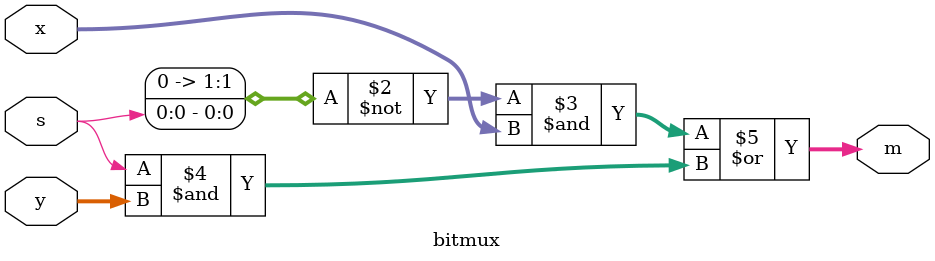
<source format=v>
`timescale 1ns / 1ps


module bitmux(
    input [1:0] x,
    input [1:0] y,
    input s,
    output [1:0] m
    );
    
    assign #3 m = (~s & x) | (s & y);
    
endmodule

</source>
